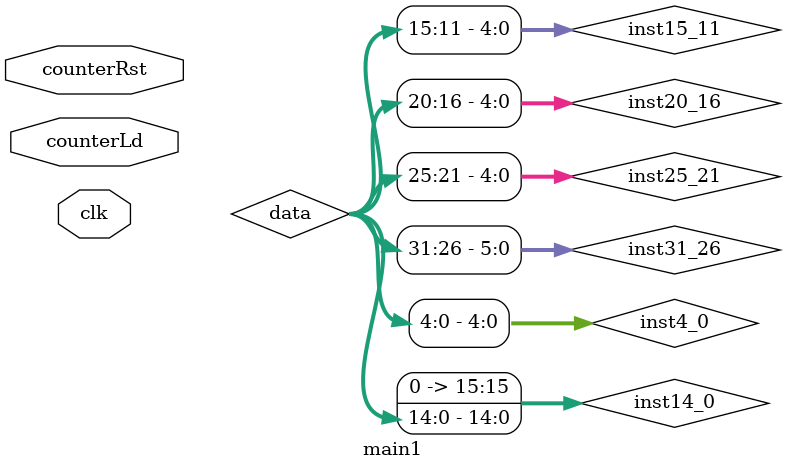
<source format=v>
module main1(
	input clk,
	input counterLd,
	input counterRst
);

//Program counter
wire pcSrc;
wire [4:0] nextCount;

//ROM
wire [31:0] data;

//Instructions organized
wire [5:0] inst31_26 = data[31:26];
wire [4:0] inst25_21 = data[25:21]; 
wire [4:0] inst20_16 = data[20:16];
wire [4:0] inst15_11 = data[15:11];
wire [15:0] inst14_0 = data[14:0];
wire [4:0] inst4_0 = data[4:0];

//Control outputs
wire regDst;
wire regWrite;
wire aluSrc;
wire memRd;
wire memToReg;
//wire pcSrc;
wire jmp;
wire [2:0] aluOp;

progCounter progCounter(.clk(clk), .counterRst(counterRst), .jmp(jmp), .counterLd(counterLd), .shiftLeft2Out(inst4_0), .pcSrc(pcSrc), .nextCount(nextCount));
rom instructionMem(.clk(clk), .addr(nextCount), .data(data));
control control0(.inputData(inst31_26), .regDst(regDst), .regWrite(regWrite), .aluSrc(aluSrc), .memRd(memRd), .memToReg(memToReg), .pcSrc(pcSrc), .jmp(jmp), .aluOp(aluOp));



endmodule
</source>
